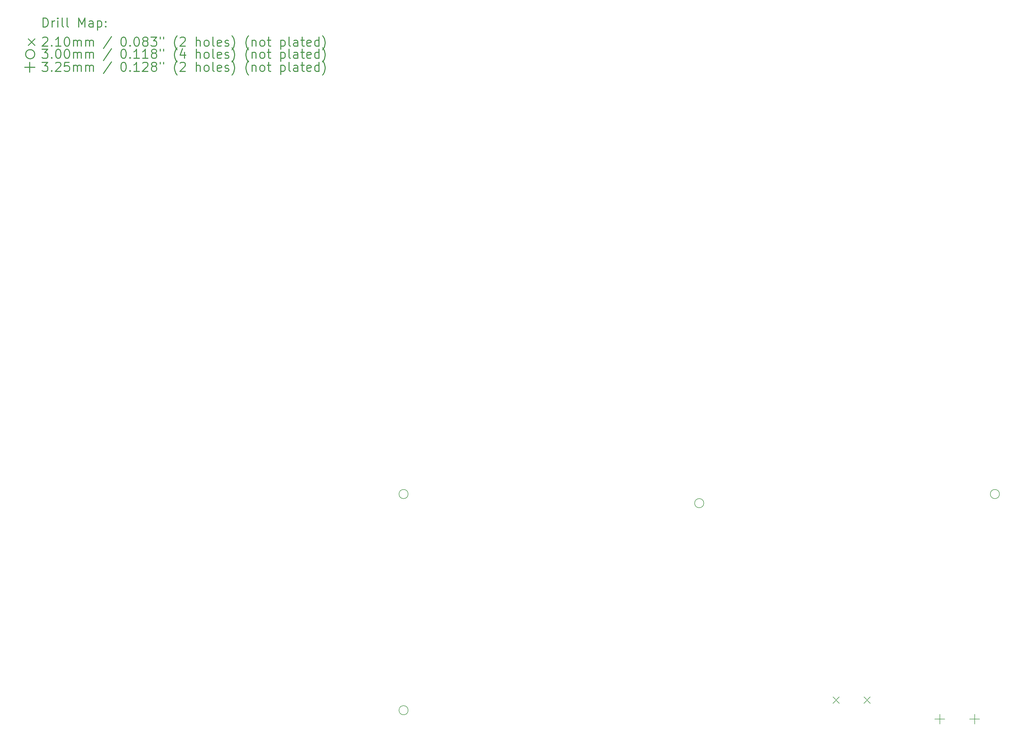
<source format=gbr>
%FSLAX45Y45*%
G04 Gerber Fmt 4.5, Leading zero omitted, Abs format (unit mm)*
G04 Created by KiCad (PCBNEW 4.0.2-stable) date 4/26/2017 8:44:02 AM*
%MOMM*%
G01*
G04 APERTURE LIST*
%ADD10C,0.127000*%
%ADD11C,0.200000*%
%ADD12C,0.300000*%
G04 APERTURE END LIST*
D10*
D11*
X26187000Y-22465000D02*
X26397000Y-22675000D01*
X26397000Y-22465000D02*
X26187000Y-22675000D01*
X27203000Y-22465000D02*
X27413000Y-22675000D01*
X27413000Y-22465000D02*
X27203000Y-22675000D01*
X12250000Y-15800000D02*
G75*
G03X12250000Y-15800000I-150000J0D01*
G01*
X12250000Y-22900000D02*
G75*
G03X12250000Y-22900000I-150000J0D01*
G01*
X21950000Y-16100000D02*
G75*
G03X21950000Y-16100000I-150000J0D01*
G01*
X31650000Y-15800000D02*
G75*
G03X31650000Y-15800000I-150000J0D01*
G01*
X29692400Y-23027700D02*
X29692400Y-23352700D01*
X29529900Y-23190200D02*
X29854900Y-23190200D01*
X30835600Y-23027700D02*
X30835600Y-23352700D01*
X30673100Y-23190200D02*
X30998100Y-23190200D01*
D12*
X271429Y-465714D02*
X271429Y-165714D01*
X342857Y-165714D01*
X385714Y-180000D01*
X414286Y-208571D01*
X428571Y-237143D01*
X442857Y-294286D01*
X442857Y-337143D01*
X428571Y-394286D01*
X414286Y-422857D01*
X385714Y-451429D01*
X342857Y-465714D01*
X271429Y-465714D01*
X571429Y-465714D02*
X571429Y-265714D01*
X571429Y-322857D02*
X585714Y-294286D01*
X600000Y-280000D01*
X628571Y-265714D01*
X657143Y-265714D01*
X757143Y-465714D02*
X757143Y-265714D01*
X757143Y-165714D02*
X742857Y-180000D01*
X757143Y-194286D01*
X771429Y-180000D01*
X757143Y-165714D01*
X757143Y-194286D01*
X942857Y-465714D02*
X914286Y-451429D01*
X900000Y-422857D01*
X900000Y-165714D01*
X1100000Y-465714D02*
X1071429Y-451429D01*
X1057143Y-422857D01*
X1057143Y-165714D01*
X1442857Y-465714D02*
X1442857Y-165714D01*
X1542857Y-380000D01*
X1642857Y-165714D01*
X1642857Y-465714D01*
X1914286Y-465714D02*
X1914286Y-308571D01*
X1900000Y-280000D01*
X1871429Y-265714D01*
X1814286Y-265714D01*
X1785714Y-280000D01*
X1914286Y-451429D02*
X1885714Y-465714D01*
X1814286Y-465714D01*
X1785714Y-451429D01*
X1771429Y-422857D01*
X1771429Y-394286D01*
X1785714Y-365714D01*
X1814286Y-351429D01*
X1885714Y-351429D01*
X1914286Y-337143D01*
X2057143Y-265714D02*
X2057143Y-565714D01*
X2057143Y-280000D02*
X2085714Y-265714D01*
X2142857Y-265714D01*
X2171429Y-280000D01*
X2185714Y-294286D01*
X2200000Y-322857D01*
X2200000Y-408571D01*
X2185714Y-437143D01*
X2171429Y-451429D01*
X2142857Y-465714D01*
X2085714Y-465714D01*
X2057143Y-451429D01*
X2328572Y-437143D02*
X2342857Y-451429D01*
X2328572Y-465714D01*
X2314286Y-451429D01*
X2328572Y-437143D01*
X2328572Y-465714D01*
X2328572Y-280000D02*
X2342857Y-294286D01*
X2328572Y-308571D01*
X2314286Y-294286D01*
X2328572Y-280000D01*
X2328572Y-308571D01*
X-210000Y-855000D02*
X0Y-1065000D01*
X0Y-855000D02*
X-210000Y-1065000D01*
X257143Y-824286D02*
X271429Y-810000D01*
X300000Y-795714D01*
X371429Y-795714D01*
X400000Y-810000D01*
X414286Y-824286D01*
X428571Y-852857D01*
X428571Y-881429D01*
X414286Y-924286D01*
X242857Y-1095714D01*
X428571Y-1095714D01*
X557143Y-1067143D02*
X571429Y-1081429D01*
X557143Y-1095714D01*
X542857Y-1081429D01*
X557143Y-1067143D01*
X557143Y-1095714D01*
X857143Y-1095714D02*
X685714Y-1095714D01*
X771428Y-1095714D02*
X771428Y-795714D01*
X742857Y-838571D01*
X714286Y-867143D01*
X685714Y-881429D01*
X1042857Y-795714D02*
X1071429Y-795714D01*
X1100000Y-810000D01*
X1114286Y-824286D01*
X1128571Y-852857D01*
X1142857Y-910000D01*
X1142857Y-981429D01*
X1128571Y-1038571D01*
X1114286Y-1067143D01*
X1100000Y-1081429D01*
X1071429Y-1095714D01*
X1042857Y-1095714D01*
X1014286Y-1081429D01*
X1000000Y-1067143D01*
X985714Y-1038571D01*
X971429Y-981429D01*
X971429Y-910000D01*
X985714Y-852857D01*
X1000000Y-824286D01*
X1014286Y-810000D01*
X1042857Y-795714D01*
X1271429Y-1095714D02*
X1271429Y-895714D01*
X1271429Y-924286D02*
X1285714Y-910000D01*
X1314286Y-895714D01*
X1357143Y-895714D01*
X1385714Y-910000D01*
X1400000Y-938571D01*
X1400000Y-1095714D01*
X1400000Y-938571D02*
X1414286Y-910000D01*
X1442857Y-895714D01*
X1485714Y-895714D01*
X1514286Y-910000D01*
X1528571Y-938571D01*
X1528571Y-1095714D01*
X1671429Y-1095714D02*
X1671429Y-895714D01*
X1671429Y-924286D02*
X1685714Y-910000D01*
X1714286Y-895714D01*
X1757143Y-895714D01*
X1785714Y-910000D01*
X1800000Y-938571D01*
X1800000Y-1095714D01*
X1800000Y-938571D02*
X1814286Y-910000D01*
X1842857Y-895714D01*
X1885714Y-895714D01*
X1914286Y-910000D01*
X1928571Y-938571D01*
X1928571Y-1095714D01*
X2514286Y-781429D02*
X2257143Y-1167143D01*
X2900000Y-795714D02*
X2928571Y-795714D01*
X2957143Y-810000D01*
X2971428Y-824286D01*
X2985714Y-852857D01*
X3000000Y-910000D01*
X3000000Y-981429D01*
X2985714Y-1038571D01*
X2971428Y-1067143D01*
X2957143Y-1081429D01*
X2928571Y-1095714D01*
X2900000Y-1095714D01*
X2871428Y-1081429D01*
X2857143Y-1067143D01*
X2842857Y-1038571D01*
X2828571Y-981429D01*
X2828571Y-910000D01*
X2842857Y-852857D01*
X2857143Y-824286D01*
X2871428Y-810000D01*
X2900000Y-795714D01*
X3128571Y-1067143D02*
X3142857Y-1081429D01*
X3128571Y-1095714D01*
X3114286Y-1081429D01*
X3128571Y-1067143D01*
X3128571Y-1095714D01*
X3328571Y-795714D02*
X3357143Y-795714D01*
X3385714Y-810000D01*
X3400000Y-824286D01*
X3414286Y-852857D01*
X3428571Y-910000D01*
X3428571Y-981429D01*
X3414286Y-1038571D01*
X3400000Y-1067143D01*
X3385714Y-1081429D01*
X3357143Y-1095714D01*
X3328571Y-1095714D01*
X3300000Y-1081429D01*
X3285714Y-1067143D01*
X3271428Y-1038571D01*
X3257143Y-981429D01*
X3257143Y-910000D01*
X3271428Y-852857D01*
X3285714Y-824286D01*
X3300000Y-810000D01*
X3328571Y-795714D01*
X3600000Y-924286D02*
X3571428Y-910000D01*
X3557143Y-895714D01*
X3542857Y-867143D01*
X3542857Y-852857D01*
X3557143Y-824286D01*
X3571428Y-810000D01*
X3600000Y-795714D01*
X3657143Y-795714D01*
X3685714Y-810000D01*
X3700000Y-824286D01*
X3714286Y-852857D01*
X3714286Y-867143D01*
X3700000Y-895714D01*
X3685714Y-910000D01*
X3657143Y-924286D01*
X3600000Y-924286D01*
X3571428Y-938571D01*
X3557143Y-952857D01*
X3542857Y-981429D01*
X3542857Y-1038571D01*
X3557143Y-1067143D01*
X3571428Y-1081429D01*
X3600000Y-1095714D01*
X3657143Y-1095714D01*
X3685714Y-1081429D01*
X3700000Y-1067143D01*
X3714286Y-1038571D01*
X3714286Y-981429D01*
X3700000Y-952857D01*
X3685714Y-938571D01*
X3657143Y-924286D01*
X3814286Y-795714D02*
X4000000Y-795714D01*
X3900000Y-910000D01*
X3942857Y-910000D01*
X3971428Y-924286D01*
X3985714Y-938571D01*
X4000000Y-967143D01*
X4000000Y-1038571D01*
X3985714Y-1067143D01*
X3971428Y-1081429D01*
X3942857Y-1095714D01*
X3857143Y-1095714D01*
X3828571Y-1081429D01*
X3814286Y-1067143D01*
X4114286Y-795714D02*
X4114286Y-852857D01*
X4228571Y-795714D02*
X4228571Y-852857D01*
X4671429Y-1210000D02*
X4657143Y-1195714D01*
X4628571Y-1152857D01*
X4614286Y-1124286D01*
X4600000Y-1081429D01*
X4585714Y-1010000D01*
X4585714Y-952857D01*
X4600000Y-881429D01*
X4614286Y-838571D01*
X4628571Y-810000D01*
X4657143Y-767143D01*
X4671429Y-752857D01*
X4771429Y-824286D02*
X4785714Y-810000D01*
X4814286Y-795714D01*
X4885714Y-795714D01*
X4914286Y-810000D01*
X4928571Y-824286D01*
X4942857Y-852857D01*
X4942857Y-881429D01*
X4928571Y-924286D01*
X4757143Y-1095714D01*
X4942857Y-1095714D01*
X5300000Y-1095714D02*
X5300000Y-795714D01*
X5428571Y-1095714D02*
X5428571Y-938571D01*
X5414286Y-910000D01*
X5385714Y-895714D01*
X5342857Y-895714D01*
X5314286Y-910000D01*
X5300000Y-924286D01*
X5614286Y-1095714D02*
X5585714Y-1081429D01*
X5571429Y-1067143D01*
X5557143Y-1038571D01*
X5557143Y-952857D01*
X5571429Y-924286D01*
X5585714Y-910000D01*
X5614286Y-895714D01*
X5657143Y-895714D01*
X5685714Y-910000D01*
X5700000Y-924286D01*
X5714286Y-952857D01*
X5714286Y-1038571D01*
X5700000Y-1067143D01*
X5685714Y-1081429D01*
X5657143Y-1095714D01*
X5614286Y-1095714D01*
X5885714Y-1095714D02*
X5857143Y-1081429D01*
X5842857Y-1052857D01*
X5842857Y-795714D01*
X6114286Y-1081429D02*
X6085714Y-1095714D01*
X6028571Y-1095714D01*
X6000000Y-1081429D01*
X5985714Y-1052857D01*
X5985714Y-938571D01*
X6000000Y-910000D01*
X6028571Y-895714D01*
X6085714Y-895714D01*
X6114286Y-910000D01*
X6128571Y-938571D01*
X6128571Y-967143D01*
X5985714Y-995714D01*
X6242857Y-1081429D02*
X6271429Y-1095714D01*
X6328571Y-1095714D01*
X6357143Y-1081429D01*
X6371429Y-1052857D01*
X6371429Y-1038571D01*
X6357143Y-1010000D01*
X6328571Y-995714D01*
X6285714Y-995714D01*
X6257143Y-981429D01*
X6242857Y-952857D01*
X6242857Y-938571D01*
X6257143Y-910000D01*
X6285714Y-895714D01*
X6328571Y-895714D01*
X6357143Y-910000D01*
X6471428Y-1210000D02*
X6485714Y-1195714D01*
X6514286Y-1152857D01*
X6528571Y-1124286D01*
X6542857Y-1081429D01*
X6557143Y-1010000D01*
X6557143Y-952857D01*
X6542857Y-881429D01*
X6528571Y-838571D01*
X6514286Y-810000D01*
X6485714Y-767143D01*
X6471428Y-752857D01*
X7014286Y-1210000D02*
X7000000Y-1195714D01*
X6971428Y-1152857D01*
X6957143Y-1124286D01*
X6942857Y-1081429D01*
X6928571Y-1010000D01*
X6928571Y-952857D01*
X6942857Y-881429D01*
X6957143Y-838571D01*
X6971428Y-810000D01*
X7000000Y-767143D01*
X7014286Y-752857D01*
X7128571Y-895714D02*
X7128571Y-1095714D01*
X7128571Y-924286D02*
X7142857Y-910000D01*
X7171428Y-895714D01*
X7214286Y-895714D01*
X7242857Y-910000D01*
X7257143Y-938571D01*
X7257143Y-1095714D01*
X7442857Y-1095714D02*
X7414286Y-1081429D01*
X7400000Y-1067143D01*
X7385714Y-1038571D01*
X7385714Y-952857D01*
X7400000Y-924286D01*
X7414286Y-910000D01*
X7442857Y-895714D01*
X7485714Y-895714D01*
X7514286Y-910000D01*
X7528571Y-924286D01*
X7542857Y-952857D01*
X7542857Y-1038571D01*
X7528571Y-1067143D01*
X7514286Y-1081429D01*
X7485714Y-1095714D01*
X7442857Y-1095714D01*
X7628571Y-895714D02*
X7742857Y-895714D01*
X7671429Y-795714D02*
X7671429Y-1052857D01*
X7685714Y-1081429D01*
X7714286Y-1095714D01*
X7742857Y-1095714D01*
X8071429Y-895714D02*
X8071429Y-1195714D01*
X8071429Y-910000D02*
X8100000Y-895714D01*
X8157143Y-895714D01*
X8185714Y-910000D01*
X8200000Y-924286D01*
X8214286Y-952857D01*
X8214286Y-1038571D01*
X8200000Y-1067143D01*
X8185714Y-1081429D01*
X8157143Y-1095714D01*
X8100000Y-1095714D01*
X8071429Y-1081429D01*
X8385714Y-1095714D02*
X8357143Y-1081429D01*
X8342857Y-1052857D01*
X8342857Y-795714D01*
X8628572Y-1095714D02*
X8628572Y-938571D01*
X8614286Y-910000D01*
X8585714Y-895714D01*
X8528572Y-895714D01*
X8500000Y-910000D01*
X8628572Y-1081429D02*
X8600000Y-1095714D01*
X8528572Y-1095714D01*
X8500000Y-1081429D01*
X8485714Y-1052857D01*
X8485714Y-1024286D01*
X8500000Y-995714D01*
X8528572Y-981429D01*
X8600000Y-981429D01*
X8628572Y-967143D01*
X8728572Y-895714D02*
X8842857Y-895714D01*
X8771429Y-795714D02*
X8771429Y-1052857D01*
X8785714Y-1081429D01*
X8814286Y-1095714D01*
X8842857Y-1095714D01*
X9057143Y-1081429D02*
X9028572Y-1095714D01*
X8971429Y-1095714D01*
X8942857Y-1081429D01*
X8928572Y-1052857D01*
X8928572Y-938571D01*
X8942857Y-910000D01*
X8971429Y-895714D01*
X9028572Y-895714D01*
X9057143Y-910000D01*
X9071429Y-938571D01*
X9071429Y-967143D01*
X8928572Y-995714D01*
X9328572Y-1095714D02*
X9328572Y-795714D01*
X9328572Y-1081429D02*
X9300000Y-1095714D01*
X9242857Y-1095714D01*
X9214286Y-1081429D01*
X9200000Y-1067143D01*
X9185715Y-1038571D01*
X9185715Y-952857D01*
X9200000Y-924286D01*
X9214286Y-910000D01*
X9242857Y-895714D01*
X9300000Y-895714D01*
X9328572Y-910000D01*
X9442857Y-1210000D02*
X9457143Y-1195714D01*
X9485715Y-1152857D01*
X9500000Y-1124286D01*
X9514286Y-1081429D01*
X9528572Y-1010000D01*
X9528572Y-952857D01*
X9514286Y-881429D01*
X9500000Y-838571D01*
X9485715Y-810000D01*
X9457143Y-767143D01*
X9442857Y-752857D01*
X0Y-1356000D02*
G75*
G03X0Y-1356000I-150000J0D01*
G01*
X242857Y-1191714D02*
X428571Y-1191714D01*
X328571Y-1306000D01*
X371429Y-1306000D01*
X400000Y-1320286D01*
X414286Y-1334571D01*
X428571Y-1363143D01*
X428571Y-1434571D01*
X414286Y-1463143D01*
X400000Y-1477429D01*
X371429Y-1491714D01*
X285714Y-1491714D01*
X257143Y-1477429D01*
X242857Y-1463143D01*
X557143Y-1463143D02*
X571429Y-1477429D01*
X557143Y-1491714D01*
X542857Y-1477429D01*
X557143Y-1463143D01*
X557143Y-1491714D01*
X757143Y-1191714D02*
X785714Y-1191714D01*
X814286Y-1206000D01*
X828571Y-1220286D01*
X842857Y-1248857D01*
X857143Y-1306000D01*
X857143Y-1377429D01*
X842857Y-1434571D01*
X828571Y-1463143D01*
X814286Y-1477429D01*
X785714Y-1491714D01*
X757143Y-1491714D01*
X728571Y-1477429D01*
X714286Y-1463143D01*
X700000Y-1434571D01*
X685714Y-1377429D01*
X685714Y-1306000D01*
X700000Y-1248857D01*
X714286Y-1220286D01*
X728571Y-1206000D01*
X757143Y-1191714D01*
X1042857Y-1191714D02*
X1071429Y-1191714D01*
X1100000Y-1206000D01*
X1114286Y-1220286D01*
X1128571Y-1248857D01*
X1142857Y-1306000D01*
X1142857Y-1377429D01*
X1128571Y-1434571D01*
X1114286Y-1463143D01*
X1100000Y-1477429D01*
X1071429Y-1491714D01*
X1042857Y-1491714D01*
X1014286Y-1477429D01*
X1000000Y-1463143D01*
X985714Y-1434571D01*
X971429Y-1377429D01*
X971429Y-1306000D01*
X985714Y-1248857D01*
X1000000Y-1220286D01*
X1014286Y-1206000D01*
X1042857Y-1191714D01*
X1271429Y-1491714D02*
X1271429Y-1291714D01*
X1271429Y-1320286D02*
X1285714Y-1306000D01*
X1314286Y-1291714D01*
X1357143Y-1291714D01*
X1385714Y-1306000D01*
X1400000Y-1334571D01*
X1400000Y-1491714D01*
X1400000Y-1334571D02*
X1414286Y-1306000D01*
X1442857Y-1291714D01*
X1485714Y-1291714D01*
X1514286Y-1306000D01*
X1528571Y-1334571D01*
X1528571Y-1491714D01*
X1671429Y-1491714D02*
X1671429Y-1291714D01*
X1671429Y-1320286D02*
X1685714Y-1306000D01*
X1714286Y-1291714D01*
X1757143Y-1291714D01*
X1785714Y-1306000D01*
X1800000Y-1334571D01*
X1800000Y-1491714D01*
X1800000Y-1334571D02*
X1814286Y-1306000D01*
X1842857Y-1291714D01*
X1885714Y-1291714D01*
X1914286Y-1306000D01*
X1928571Y-1334571D01*
X1928571Y-1491714D01*
X2514286Y-1177429D02*
X2257143Y-1563143D01*
X2900000Y-1191714D02*
X2928571Y-1191714D01*
X2957143Y-1206000D01*
X2971428Y-1220286D01*
X2985714Y-1248857D01*
X3000000Y-1306000D01*
X3000000Y-1377429D01*
X2985714Y-1434571D01*
X2971428Y-1463143D01*
X2957143Y-1477429D01*
X2928571Y-1491714D01*
X2900000Y-1491714D01*
X2871428Y-1477429D01*
X2857143Y-1463143D01*
X2842857Y-1434571D01*
X2828571Y-1377429D01*
X2828571Y-1306000D01*
X2842857Y-1248857D01*
X2857143Y-1220286D01*
X2871428Y-1206000D01*
X2900000Y-1191714D01*
X3128571Y-1463143D02*
X3142857Y-1477429D01*
X3128571Y-1491714D01*
X3114286Y-1477429D01*
X3128571Y-1463143D01*
X3128571Y-1491714D01*
X3428571Y-1491714D02*
X3257143Y-1491714D01*
X3342857Y-1491714D02*
X3342857Y-1191714D01*
X3314286Y-1234571D01*
X3285714Y-1263143D01*
X3257143Y-1277429D01*
X3714286Y-1491714D02*
X3542857Y-1491714D01*
X3628571Y-1491714D02*
X3628571Y-1191714D01*
X3600000Y-1234571D01*
X3571428Y-1263143D01*
X3542857Y-1277429D01*
X3885714Y-1320286D02*
X3857143Y-1306000D01*
X3842857Y-1291714D01*
X3828571Y-1263143D01*
X3828571Y-1248857D01*
X3842857Y-1220286D01*
X3857143Y-1206000D01*
X3885714Y-1191714D01*
X3942857Y-1191714D01*
X3971428Y-1206000D01*
X3985714Y-1220286D01*
X4000000Y-1248857D01*
X4000000Y-1263143D01*
X3985714Y-1291714D01*
X3971428Y-1306000D01*
X3942857Y-1320286D01*
X3885714Y-1320286D01*
X3857143Y-1334571D01*
X3842857Y-1348857D01*
X3828571Y-1377429D01*
X3828571Y-1434571D01*
X3842857Y-1463143D01*
X3857143Y-1477429D01*
X3885714Y-1491714D01*
X3942857Y-1491714D01*
X3971428Y-1477429D01*
X3985714Y-1463143D01*
X4000000Y-1434571D01*
X4000000Y-1377429D01*
X3985714Y-1348857D01*
X3971428Y-1334571D01*
X3942857Y-1320286D01*
X4114286Y-1191714D02*
X4114286Y-1248857D01*
X4228571Y-1191714D02*
X4228571Y-1248857D01*
X4671429Y-1606000D02*
X4657143Y-1591714D01*
X4628571Y-1548857D01*
X4614286Y-1520286D01*
X4600000Y-1477429D01*
X4585714Y-1406000D01*
X4585714Y-1348857D01*
X4600000Y-1277429D01*
X4614286Y-1234571D01*
X4628571Y-1206000D01*
X4657143Y-1163143D01*
X4671429Y-1148857D01*
X4914286Y-1291714D02*
X4914286Y-1491714D01*
X4842857Y-1177429D02*
X4771429Y-1391714D01*
X4957143Y-1391714D01*
X5300000Y-1491714D02*
X5300000Y-1191714D01*
X5428571Y-1491714D02*
X5428571Y-1334571D01*
X5414286Y-1306000D01*
X5385714Y-1291714D01*
X5342857Y-1291714D01*
X5314286Y-1306000D01*
X5300000Y-1320286D01*
X5614286Y-1491714D02*
X5585714Y-1477429D01*
X5571429Y-1463143D01*
X5557143Y-1434571D01*
X5557143Y-1348857D01*
X5571429Y-1320286D01*
X5585714Y-1306000D01*
X5614286Y-1291714D01*
X5657143Y-1291714D01*
X5685714Y-1306000D01*
X5700000Y-1320286D01*
X5714286Y-1348857D01*
X5714286Y-1434571D01*
X5700000Y-1463143D01*
X5685714Y-1477429D01*
X5657143Y-1491714D01*
X5614286Y-1491714D01*
X5885714Y-1491714D02*
X5857143Y-1477429D01*
X5842857Y-1448857D01*
X5842857Y-1191714D01*
X6114286Y-1477429D02*
X6085714Y-1491714D01*
X6028571Y-1491714D01*
X6000000Y-1477429D01*
X5985714Y-1448857D01*
X5985714Y-1334571D01*
X6000000Y-1306000D01*
X6028571Y-1291714D01*
X6085714Y-1291714D01*
X6114286Y-1306000D01*
X6128571Y-1334571D01*
X6128571Y-1363143D01*
X5985714Y-1391714D01*
X6242857Y-1477429D02*
X6271429Y-1491714D01*
X6328571Y-1491714D01*
X6357143Y-1477429D01*
X6371429Y-1448857D01*
X6371429Y-1434571D01*
X6357143Y-1406000D01*
X6328571Y-1391714D01*
X6285714Y-1391714D01*
X6257143Y-1377429D01*
X6242857Y-1348857D01*
X6242857Y-1334571D01*
X6257143Y-1306000D01*
X6285714Y-1291714D01*
X6328571Y-1291714D01*
X6357143Y-1306000D01*
X6471428Y-1606000D02*
X6485714Y-1591714D01*
X6514286Y-1548857D01*
X6528571Y-1520286D01*
X6542857Y-1477429D01*
X6557143Y-1406000D01*
X6557143Y-1348857D01*
X6542857Y-1277429D01*
X6528571Y-1234571D01*
X6514286Y-1206000D01*
X6485714Y-1163143D01*
X6471428Y-1148857D01*
X7014286Y-1606000D02*
X7000000Y-1591714D01*
X6971428Y-1548857D01*
X6957143Y-1520286D01*
X6942857Y-1477429D01*
X6928571Y-1406000D01*
X6928571Y-1348857D01*
X6942857Y-1277429D01*
X6957143Y-1234571D01*
X6971428Y-1206000D01*
X7000000Y-1163143D01*
X7014286Y-1148857D01*
X7128571Y-1291714D02*
X7128571Y-1491714D01*
X7128571Y-1320286D02*
X7142857Y-1306000D01*
X7171428Y-1291714D01*
X7214286Y-1291714D01*
X7242857Y-1306000D01*
X7257143Y-1334571D01*
X7257143Y-1491714D01*
X7442857Y-1491714D02*
X7414286Y-1477429D01*
X7400000Y-1463143D01*
X7385714Y-1434571D01*
X7385714Y-1348857D01*
X7400000Y-1320286D01*
X7414286Y-1306000D01*
X7442857Y-1291714D01*
X7485714Y-1291714D01*
X7514286Y-1306000D01*
X7528571Y-1320286D01*
X7542857Y-1348857D01*
X7542857Y-1434571D01*
X7528571Y-1463143D01*
X7514286Y-1477429D01*
X7485714Y-1491714D01*
X7442857Y-1491714D01*
X7628571Y-1291714D02*
X7742857Y-1291714D01*
X7671429Y-1191714D02*
X7671429Y-1448857D01*
X7685714Y-1477429D01*
X7714286Y-1491714D01*
X7742857Y-1491714D01*
X8071429Y-1291714D02*
X8071429Y-1591714D01*
X8071429Y-1306000D02*
X8100000Y-1291714D01*
X8157143Y-1291714D01*
X8185714Y-1306000D01*
X8200000Y-1320286D01*
X8214286Y-1348857D01*
X8214286Y-1434571D01*
X8200000Y-1463143D01*
X8185714Y-1477429D01*
X8157143Y-1491714D01*
X8100000Y-1491714D01*
X8071429Y-1477429D01*
X8385714Y-1491714D02*
X8357143Y-1477429D01*
X8342857Y-1448857D01*
X8342857Y-1191714D01*
X8628572Y-1491714D02*
X8628572Y-1334571D01*
X8614286Y-1306000D01*
X8585714Y-1291714D01*
X8528572Y-1291714D01*
X8500000Y-1306000D01*
X8628572Y-1477429D02*
X8600000Y-1491714D01*
X8528572Y-1491714D01*
X8500000Y-1477429D01*
X8485714Y-1448857D01*
X8485714Y-1420286D01*
X8500000Y-1391714D01*
X8528572Y-1377429D01*
X8600000Y-1377429D01*
X8628572Y-1363143D01*
X8728572Y-1291714D02*
X8842857Y-1291714D01*
X8771429Y-1191714D02*
X8771429Y-1448857D01*
X8785714Y-1477429D01*
X8814286Y-1491714D01*
X8842857Y-1491714D01*
X9057143Y-1477429D02*
X9028572Y-1491714D01*
X8971429Y-1491714D01*
X8942857Y-1477429D01*
X8928572Y-1448857D01*
X8928572Y-1334571D01*
X8942857Y-1306000D01*
X8971429Y-1291714D01*
X9028572Y-1291714D01*
X9057143Y-1306000D01*
X9071429Y-1334571D01*
X9071429Y-1363143D01*
X8928572Y-1391714D01*
X9328572Y-1491714D02*
X9328572Y-1191714D01*
X9328572Y-1477429D02*
X9300000Y-1491714D01*
X9242857Y-1491714D01*
X9214286Y-1477429D01*
X9200000Y-1463143D01*
X9185715Y-1434571D01*
X9185715Y-1348857D01*
X9200000Y-1320286D01*
X9214286Y-1306000D01*
X9242857Y-1291714D01*
X9300000Y-1291714D01*
X9328572Y-1306000D01*
X9442857Y-1606000D02*
X9457143Y-1591714D01*
X9485715Y-1548857D01*
X9500000Y-1520286D01*
X9514286Y-1477429D01*
X9528572Y-1406000D01*
X9528572Y-1348857D01*
X9514286Y-1277429D01*
X9500000Y-1234571D01*
X9485715Y-1206000D01*
X9457143Y-1163143D01*
X9442857Y-1148857D01*
X-162500Y-1623500D02*
X-162500Y-1948500D01*
X-325000Y-1786000D02*
X0Y-1786000D01*
X242857Y-1621714D02*
X428571Y-1621714D01*
X328571Y-1736000D01*
X371429Y-1736000D01*
X400000Y-1750286D01*
X414286Y-1764571D01*
X428571Y-1793143D01*
X428571Y-1864571D01*
X414286Y-1893143D01*
X400000Y-1907429D01*
X371429Y-1921714D01*
X285714Y-1921714D01*
X257143Y-1907429D01*
X242857Y-1893143D01*
X557143Y-1893143D02*
X571429Y-1907429D01*
X557143Y-1921714D01*
X542857Y-1907429D01*
X557143Y-1893143D01*
X557143Y-1921714D01*
X685714Y-1650286D02*
X700000Y-1636000D01*
X728571Y-1621714D01*
X800000Y-1621714D01*
X828571Y-1636000D01*
X842857Y-1650286D01*
X857143Y-1678857D01*
X857143Y-1707429D01*
X842857Y-1750286D01*
X671429Y-1921714D01*
X857143Y-1921714D01*
X1128571Y-1621714D02*
X985714Y-1621714D01*
X971429Y-1764571D01*
X985714Y-1750286D01*
X1014286Y-1736000D01*
X1085714Y-1736000D01*
X1114286Y-1750286D01*
X1128571Y-1764571D01*
X1142857Y-1793143D01*
X1142857Y-1864571D01*
X1128571Y-1893143D01*
X1114286Y-1907429D01*
X1085714Y-1921714D01*
X1014286Y-1921714D01*
X985714Y-1907429D01*
X971429Y-1893143D01*
X1271429Y-1921714D02*
X1271429Y-1721714D01*
X1271429Y-1750286D02*
X1285714Y-1736000D01*
X1314286Y-1721714D01*
X1357143Y-1721714D01*
X1385714Y-1736000D01*
X1400000Y-1764571D01*
X1400000Y-1921714D01*
X1400000Y-1764571D02*
X1414286Y-1736000D01*
X1442857Y-1721714D01*
X1485714Y-1721714D01*
X1514286Y-1736000D01*
X1528571Y-1764571D01*
X1528571Y-1921714D01*
X1671429Y-1921714D02*
X1671429Y-1721714D01*
X1671429Y-1750286D02*
X1685714Y-1736000D01*
X1714286Y-1721714D01*
X1757143Y-1721714D01*
X1785714Y-1736000D01*
X1800000Y-1764571D01*
X1800000Y-1921714D01*
X1800000Y-1764571D02*
X1814286Y-1736000D01*
X1842857Y-1721714D01*
X1885714Y-1721714D01*
X1914286Y-1736000D01*
X1928571Y-1764571D01*
X1928571Y-1921714D01*
X2514286Y-1607429D02*
X2257143Y-1993143D01*
X2900000Y-1621714D02*
X2928571Y-1621714D01*
X2957143Y-1636000D01*
X2971428Y-1650286D01*
X2985714Y-1678857D01*
X3000000Y-1736000D01*
X3000000Y-1807429D01*
X2985714Y-1864571D01*
X2971428Y-1893143D01*
X2957143Y-1907429D01*
X2928571Y-1921714D01*
X2900000Y-1921714D01*
X2871428Y-1907429D01*
X2857143Y-1893143D01*
X2842857Y-1864571D01*
X2828571Y-1807429D01*
X2828571Y-1736000D01*
X2842857Y-1678857D01*
X2857143Y-1650286D01*
X2871428Y-1636000D01*
X2900000Y-1621714D01*
X3128571Y-1893143D02*
X3142857Y-1907429D01*
X3128571Y-1921714D01*
X3114286Y-1907429D01*
X3128571Y-1893143D01*
X3128571Y-1921714D01*
X3428571Y-1921714D02*
X3257143Y-1921714D01*
X3342857Y-1921714D02*
X3342857Y-1621714D01*
X3314286Y-1664571D01*
X3285714Y-1693143D01*
X3257143Y-1707429D01*
X3542857Y-1650286D02*
X3557143Y-1636000D01*
X3585714Y-1621714D01*
X3657143Y-1621714D01*
X3685714Y-1636000D01*
X3700000Y-1650286D01*
X3714286Y-1678857D01*
X3714286Y-1707429D01*
X3700000Y-1750286D01*
X3528571Y-1921714D01*
X3714286Y-1921714D01*
X3885714Y-1750286D02*
X3857143Y-1736000D01*
X3842857Y-1721714D01*
X3828571Y-1693143D01*
X3828571Y-1678857D01*
X3842857Y-1650286D01*
X3857143Y-1636000D01*
X3885714Y-1621714D01*
X3942857Y-1621714D01*
X3971428Y-1636000D01*
X3985714Y-1650286D01*
X4000000Y-1678857D01*
X4000000Y-1693143D01*
X3985714Y-1721714D01*
X3971428Y-1736000D01*
X3942857Y-1750286D01*
X3885714Y-1750286D01*
X3857143Y-1764571D01*
X3842857Y-1778857D01*
X3828571Y-1807429D01*
X3828571Y-1864571D01*
X3842857Y-1893143D01*
X3857143Y-1907429D01*
X3885714Y-1921714D01*
X3942857Y-1921714D01*
X3971428Y-1907429D01*
X3985714Y-1893143D01*
X4000000Y-1864571D01*
X4000000Y-1807429D01*
X3985714Y-1778857D01*
X3971428Y-1764571D01*
X3942857Y-1750286D01*
X4114286Y-1621714D02*
X4114286Y-1678857D01*
X4228571Y-1621714D02*
X4228571Y-1678857D01*
X4671429Y-2036000D02*
X4657143Y-2021714D01*
X4628571Y-1978857D01*
X4614286Y-1950286D01*
X4600000Y-1907429D01*
X4585714Y-1836000D01*
X4585714Y-1778857D01*
X4600000Y-1707429D01*
X4614286Y-1664571D01*
X4628571Y-1636000D01*
X4657143Y-1593143D01*
X4671429Y-1578857D01*
X4771429Y-1650286D02*
X4785714Y-1636000D01*
X4814286Y-1621714D01*
X4885714Y-1621714D01*
X4914286Y-1636000D01*
X4928571Y-1650286D01*
X4942857Y-1678857D01*
X4942857Y-1707429D01*
X4928571Y-1750286D01*
X4757143Y-1921714D01*
X4942857Y-1921714D01*
X5300000Y-1921714D02*
X5300000Y-1621714D01*
X5428571Y-1921714D02*
X5428571Y-1764571D01*
X5414286Y-1736000D01*
X5385714Y-1721714D01*
X5342857Y-1721714D01*
X5314286Y-1736000D01*
X5300000Y-1750286D01*
X5614286Y-1921714D02*
X5585714Y-1907429D01*
X5571429Y-1893143D01*
X5557143Y-1864571D01*
X5557143Y-1778857D01*
X5571429Y-1750286D01*
X5585714Y-1736000D01*
X5614286Y-1721714D01*
X5657143Y-1721714D01*
X5685714Y-1736000D01*
X5700000Y-1750286D01*
X5714286Y-1778857D01*
X5714286Y-1864571D01*
X5700000Y-1893143D01*
X5685714Y-1907429D01*
X5657143Y-1921714D01*
X5614286Y-1921714D01*
X5885714Y-1921714D02*
X5857143Y-1907429D01*
X5842857Y-1878857D01*
X5842857Y-1621714D01*
X6114286Y-1907429D02*
X6085714Y-1921714D01*
X6028571Y-1921714D01*
X6000000Y-1907429D01*
X5985714Y-1878857D01*
X5985714Y-1764571D01*
X6000000Y-1736000D01*
X6028571Y-1721714D01*
X6085714Y-1721714D01*
X6114286Y-1736000D01*
X6128571Y-1764571D01*
X6128571Y-1793143D01*
X5985714Y-1821714D01*
X6242857Y-1907429D02*
X6271429Y-1921714D01*
X6328571Y-1921714D01*
X6357143Y-1907429D01*
X6371429Y-1878857D01*
X6371429Y-1864571D01*
X6357143Y-1836000D01*
X6328571Y-1821714D01*
X6285714Y-1821714D01*
X6257143Y-1807429D01*
X6242857Y-1778857D01*
X6242857Y-1764571D01*
X6257143Y-1736000D01*
X6285714Y-1721714D01*
X6328571Y-1721714D01*
X6357143Y-1736000D01*
X6471428Y-2036000D02*
X6485714Y-2021714D01*
X6514286Y-1978857D01*
X6528571Y-1950286D01*
X6542857Y-1907429D01*
X6557143Y-1836000D01*
X6557143Y-1778857D01*
X6542857Y-1707429D01*
X6528571Y-1664571D01*
X6514286Y-1636000D01*
X6485714Y-1593143D01*
X6471428Y-1578857D01*
X7014286Y-2036000D02*
X7000000Y-2021714D01*
X6971428Y-1978857D01*
X6957143Y-1950286D01*
X6942857Y-1907429D01*
X6928571Y-1836000D01*
X6928571Y-1778857D01*
X6942857Y-1707429D01*
X6957143Y-1664571D01*
X6971428Y-1636000D01*
X7000000Y-1593143D01*
X7014286Y-1578857D01*
X7128571Y-1721714D02*
X7128571Y-1921714D01*
X7128571Y-1750286D02*
X7142857Y-1736000D01*
X7171428Y-1721714D01*
X7214286Y-1721714D01*
X7242857Y-1736000D01*
X7257143Y-1764571D01*
X7257143Y-1921714D01*
X7442857Y-1921714D02*
X7414286Y-1907429D01*
X7400000Y-1893143D01*
X7385714Y-1864571D01*
X7385714Y-1778857D01*
X7400000Y-1750286D01*
X7414286Y-1736000D01*
X7442857Y-1721714D01*
X7485714Y-1721714D01*
X7514286Y-1736000D01*
X7528571Y-1750286D01*
X7542857Y-1778857D01*
X7542857Y-1864571D01*
X7528571Y-1893143D01*
X7514286Y-1907429D01*
X7485714Y-1921714D01*
X7442857Y-1921714D01*
X7628571Y-1721714D02*
X7742857Y-1721714D01*
X7671429Y-1621714D02*
X7671429Y-1878857D01*
X7685714Y-1907429D01*
X7714286Y-1921714D01*
X7742857Y-1921714D01*
X8071429Y-1721714D02*
X8071429Y-2021714D01*
X8071429Y-1736000D02*
X8100000Y-1721714D01*
X8157143Y-1721714D01*
X8185714Y-1736000D01*
X8200000Y-1750286D01*
X8214286Y-1778857D01*
X8214286Y-1864571D01*
X8200000Y-1893143D01*
X8185714Y-1907429D01*
X8157143Y-1921714D01*
X8100000Y-1921714D01*
X8071429Y-1907429D01*
X8385714Y-1921714D02*
X8357143Y-1907429D01*
X8342857Y-1878857D01*
X8342857Y-1621714D01*
X8628572Y-1921714D02*
X8628572Y-1764571D01*
X8614286Y-1736000D01*
X8585714Y-1721714D01*
X8528572Y-1721714D01*
X8500000Y-1736000D01*
X8628572Y-1907429D02*
X8600000Y-1921714D01*
X8528572Y-1921714D01*
X8500000Y-1907429D01*
X8485714Y-1878857D01*
X8485714Y-1850286D01*
X8500000Y-1821714D01*
X8528572Y-1807429D01*
X8600000Y-1807429D01*
X8628572Y-1793143D01*
X8728572Y-1721714D02*
X8842857Y-1721714D01*
X8771429Y-1621714D02*
X8771429Y-1878857D01*
X8785714Y-1907429D01*
X8814286Y-1921714D01*
X8842857Y-1921714D01*
X9057143Y-1907429D02*
X9028572Y-1921714D01*
X8971429Y-1921714D01*
X8942857Y-1907429D01*
X8928572Y-1878857D01*
X8928572Y-1764571D01*
X8942857Y-1736000D01*
X8971429Y-1721714D01*
X9028572Y-1721714D01*
X9057143Y-1736000D01*
X9071429Y-1764571D01*
X9071429Y-1793143D01*
X8928572Y-1821714D01*
X9328572Y-1921714D02*
X9328572Y-1621714D01*
X9328572Y-1907429D02*
X9300000Y-1921714D01*
X9242857Y-1921714D01*
X9214286Y-1907429D01*
X9200000Y-1893143D01*
X9185715Y-1864571D01*
X9185715Y-1778857D01*
X9200000Y-1750286D01*
X9214286Y-1736000D01*
X9242857Y-1721714D01*
X9300000Y-1721714D01*
X9328572Y-1736000D01*
X9442857Y-2036000D02*
X9457143Y-2021714D01*
X9485715Y-1978857D01*
X9500000Y-1950286D01*
X9514286Y-1907429D01*
X9528572Y-1836000D01*
X9528572Y-1778857D01*
X9514286Y-1707429D01*
X9500000Y-1664571D01*
X9485715Y-1636000D01*
X9457143Y-1593143D01*
X9442857Y-1578857D01*
M02*

</source>
